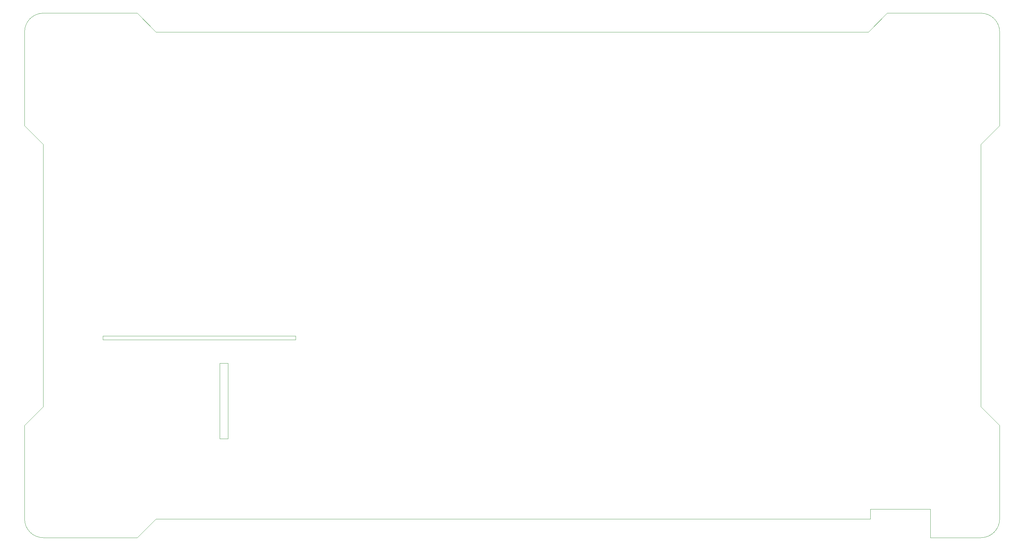
<source format=gbr>
%TF.GenerationSoftware,KiCad,Pcbnew,8.0.0*%
%TF.CreationDate,2024-07-08T15:04:36+07:00*%
%TF.ProjectId,SmartEnergyMag_System,536d6172-7445-46e6-9572-67794d61675f,rev?*%
%TF.SameCoordinates,Original*%
%TF.FileFunction,Profile,NP*%
%FSLAX46Y46*%
G04 Gerber Fmt 4.6, Leading zero omitted, Abs format (unit mm)*
G04 Created by KiCad (PCBNEW 8.0.0) date 2024-07-08 15:04:36*
%MOMM*%
%LPD*%
G01*
G04 APERTURE LIST*
%TA.AperFunction,Profile*%
%ADD10C,0.100000*%
%TD*%
G04 APERTURE END LIST*
D10*
X68709749Y-110427250D02*
X70950251Y-110427250D01*
X70950251Y-130652750D01*
X68709749Y-130652750D01*
X68709749Y-110427250D01*
X37604500Y-103179750D02*
X88950000Y-103179750D01*
X88950000Y-104170250D01*
X37604500Y-104170250D01*
X37604500Y-103179750D01*
X276705000Y-152035000D02*
X276705000Y-127035000D01*
X16705000Y-22035000D02*
X16705000Y-47035000D01*
X271704999Y-17035000D02*
X246705000Y-17035000D01*
X21705000Y-157035000D02*
X46705000Y-157035000D01*
X46705000Y-157035000D02*
X51705000Y-152035000D01*
X246705000Y-17035000D02*
X241705000Y-22035000D01*
X51705000Y-22035000D02*
X46705000Y-17035000D01*
X51705000Y-152035000D02*
X242205000Y-152035000D01*
X242205000Y-149435305D02*
X258205000Y-149435305D01*
X21705000Y-157035000D02*
G75*
G02*
X16705000Y-152035000I0J5000000D01*
G01*
X271705000Y-52035000D02*
X276705000Y-47035000D01*
X258205000Y-157035000D02*
X271705001Y-157035000D01*
X46705000Y-17035000D02*
X21705000Y-17035000D01*
X242205000Y-152035000D02*
X242205000Y-149435305D01*
X241705000Y-22035000D02*
X51705000Y-22035000D01*
X276705000Y-47035000D02*
X276705000Y-22034999D01*
X21705000Y-122035000D02*
X16705000Y-127035000D01*
X276705000Y-152035000D02*
G75*
G02*
X271705001Y-157035000I-5000000J0D01*
G01*
X21705000Y-52035000D02*
X21705000Y-122035000D01*
X16705000Y-22035000D02*
G75*
G02*
X21705000Y-17035000I5000000J0D01*
G01*
X276705000Y-127035000D02*
X271705000Y-122035000D01*
X271704999Y-17035000D02*
G75*
G02*
X276705000Y-22034999I1J-5000000D01*
G01*
X16705000Y-127035000D02*
X16705000Y-152035000D01*
X16705000Y-47035000D02*
X21705000Y-52035000D01*
X271705000Y-122035000D02*
X271705000Y-52035000D01*
X258205000Y-149435305D02*
X258205000Y-157035000D01*
M02*

</source>
